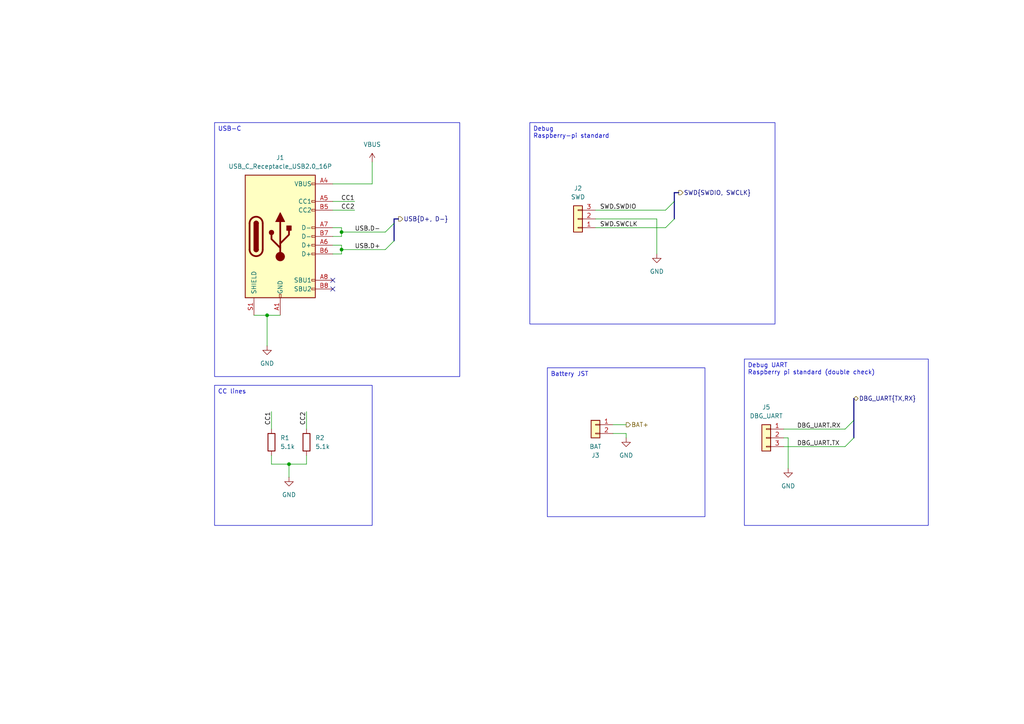
<source format=kicad_sch>
(kicad_sch (version 20250114) (generator "eeschema") (generator_version "9.0")
  (paper "A4")
  (lib_symbols
    (symbol "Connector:USB_C_Receptacle_USB2.0_16P" (pin_names (offset 1.016))
      (property "Reference" "J" (at 0 22.225 0))
      (property "Value" "USB_C_Receptacle_USB2.0_16P" (at 0 19.685 0))
      (symbol "USB_C_Receptacle_USB2.0_16P_0_0"
        (rectangle (start -0.254 -17.78) (end 0.254 -16.764))
        (rectangle (start 10.16 15.494) (end 9.144 14.986))
        (rectangle (start 10.16 10.414) (end 9.144 9.906))
        (rectangle (start 10.16 7.874) (end 9.144 7.366))
        (rectangle (start 10.16 2.794) (end 9.144 2.286))
        (rectangle (start 10.16 0.254) (end 9.144 -0.254))
        (rectangle (start 10.16 -2.286) (end 9.144 -2.794))
        (rectangle (start 10.16 -4.826) (end 9.144 -5.334))
        (rectangle (start 10.16 -12.446) (end 9.144 -12.954))
        (rectangle (start 10.16 -14.986) (end 9.144 -15.494))
      )
      (symbol "USB_C_Receptacle_USB2.0_16P_0_1"
        (rectangle (start -10.16 17.78) (end 10.16 -17.78) (stroke (width 0.254)) (fill (type background)))
        (polyline (pts (xy -8.89 -3.81) (xy -8.89 3.81)) (stroke (width 0.508)))
        (rectangle (start -7.62 -3.81) (end -6.35 3.81) (stroke (width 0.254)) (fill (type outline)))
        (arc (start -7.62 3.81) (mid -6.985 4.4423) (end -6.35 3.81) (stroke (width 0.254)))
        (arc (start -7.62 3.81) (mid -6.985 4.4423) (end -6.35 3.81) (stroke (width 0.254)) (fill (type outline)))
        (arc (start -8.89 3.81) (mid -6.985 5.7067) (end -5.08 3.81) (stroke (width 0.508)))
        (arc (start -5.08 -3.81) (mid -6.985 -5.7067) (end -8.89 -3.81) (stroke (width 0.508)))
        (arc (start -6.35 -3.81) (mid -6.985 -4.4423) (end -7.62 -3.81) (stroke (width 0.254)))
        (arc (start -6.35 -3.81) (mid -6.985 -4.4423) (end -7.62 -3.81) (stroke (width 0.254)) (fill (type outline)))
        (polyline (pts (xy -5.08 3.81) (xy -5.08 -3.81)) (stroke (width 0.508)))
        (circle (center -2.54 1.143) (radius 0.635) (stroke (width 0.254)) (fill (type outline)))
        (polyline (pts (xy -1.27 4.318) (xy 0 6.858) (xy 1.27 4.318) (xy -1.27 4.318)) (stroke (width 0.254)) (fill (type outline)))
        (polyline (pts (xy 0 -2.032) (xy 2.54 0.508) (xy 2.54 1.778)) (stroke (width 0.508)))
        (polyline (pts (xy 0 -3.302) (xy -2.54 -0.762) (xy -2.54 0.508)) (stroke (width 0.508)))
        (polyline (pts (xy 0 -5.842) (xy 0 4.318)) (stroke (width 0.508)))
        (circle (center 0 -5.842) (radius 1.27) (fill (type outline)))
        (rectangle (start 1.905 1.778) (end 3.175 3.048) (stroke (width 0.254)) (fill (type outline)))
      )
      (symbol "USB_C_Receptacle_USB2.0_16P_1_1"
        (pin passive line (at -7.62 -22.86 90) (length 5.08) (name "SHIELD") (number "S1"))
        (pin passive line (at 0 -22.86 90) (length 5.08) (name "GND") (number "A1"))
        (pin passive line (at 0 -22.86 90) (length 5.08) (hide yes) (name "GND") (number "A12"))
        (pin passive line (at 0 -22.86 90) (length 5.08) (hide yes) (name "GND") (number "B1"))
        (pin passive line (at 0 -22.86 90) (length 5.08) (hide yes) (name "GND") (number "B12"))
        (pin passive line (at 15.24 15.24 180) (length 5.08) (name "VBUS") (number "A4"))
        (pin passive line (at 15.24 15.24 180) (length 5.08) (hide yes) (name "VBUS") (number "A9"))
        (pin passive line (at 15.24 15.24 180) (length 5.08) (hide yes) (name "VBUS") (number "B4"))
        (pin passive line (at 15.24 15.24 180) (length 5.08) (hide yes) (name "VBUS") (number "B9"))
        (pin bidirectional line (at 15.24 10.16 180) (length 5.08) (name "CC1") (number "A5"))
        (pin bidirectional line (at 15.24 7.62 180) (length 5.08) (name "CC2") (number "B5"))
        (pin bidirectional line (at 15.24 2.54 180) (length 5.08) (name "D-") (number "A7"))
        (pin bidirectional line (at 15.24 0 180) (length 5.08) (name "D-") (number "B7"))
        (pin bidirectional line (at 15.24 -2.54 180) (length 5.08) (name "D+") (number "A6"))
        (pin bidirectional line (at 15.24 -5.08 180) (length 5.08) (name "D+") (number "B6"))
        (pin bidirectional line (at 15.24 -12.7 180) (length 5.08) (name "SBU1") (number "A8"))
        (pin bidirectional line (at 15.24 -15.24 180) (length 5.08) (name "SBU2") (number "B8"))
      )
    )
    (symbol "Connector_Generic:Conn_01x02" (pin_names (offset 1.016) (hide yes))
      (property "Reference" "J" (at 0 2.54 0))
      (property "Value" "Conn_01x02" (at 0 -5.08 0))
      (symbol "Conn_01x02_1_1"
        (rectangle (start -1.27 1.27) (end 1.27 -3.81) (stroke (width 0.254)) (fill (type background)))
        (rectangle (start -1.27 0.127) (end 0 -0.127) (stroke (width 0.1524)))
        (rectangle (start -1.27 -2.413) (end 0 -2.667) (stroke (width 0.1524)))
        (pin passive line (at -5.08 0 0) (length 3.81) (name "Pin_1") (number "1"))
        (pin passive line (at -5.08 -2.54 0) (length 3.81) (name "Pin_2") (number "2"))
      )
    )
    (symbol "Connector_Generic:Conn_01x03" (pin_names (offset 1.016) (hide yes))
      (property "Reference" "J" (at 0 5.08 0))
      (property "Value" "Conn_01x03" (at 0 -5.08 0))
      (symbol "Conn_01x03_1_1"
        (rectangle (start -1.27 3.81) (end 1.27 -3.81) (stroke (width 0.254)) (fill (type background)))
        (rectangle (start -1.27 2.667) (end 0 2.413) (stroke (width 0.1524)))
        (rectangle (start -1.27 0.127) (end 0 -0.127) (stroke (width 0.1524)))
        (rectangle (start -1.27 -2.413) (end 0 -2.667) (stroke (width 0.1524)))
        (pin passive line (at -5.08 2.54 0) (length 3.81) (name "Pin_1") (number "1"))
        (pin passive line (at -5.08 0 0) (length 3.81) (name "Pin_2") (number "2"))
        (pin passive line (at -5.08 -2.54 0) (length 3.81) (name "Pin_3") (number "3"))
      )
    )
    (symbol "Device:R" (pin_numbers (hide yes)) (pin_names (offset 0))
      (property "Reference" "R" (at 2.032 0 90))
      (property "Value" "R" (at 0 0 90))
      (symbol "R_0_1"
        (rectangle (start -1.016 -2.54) (end 1.016 2.54) (stroke (width 0.254)))
      )
      (symbol "R_1_1"
        (pin passive line (at 0 3.81 270) (length 1.27) (name "~") (number "1"))
        (pin passive line (at 0 -3.81 90) (length 1.27) (name "~") (number "2"))
      )
    )
    (symbol "power:GND" (power) (pin_numbers (hide yes)) (pin_names (offset 0) (hide yes))
      (property "Value" "GND" (at 0 -3.81 0))
      (symbol "GND_0_1"
        (polyline (pts (xy 0 0) (xy 0 -1.27) (xy 1.27 -1.27) (xy 0 -2.54) (xy -1.27 -1.27) (xy 0 -1.27)))
      )
      (symbol "GND_1_1"
        (pin power_in line (at 0 0 270) (length 0) (name "~") (number "1"))
      )
    )
    (symbol "power:VBUS" (power) (pin_numbers (hide yes)) (pin_names (offset 0) (hide yes))
      (property "Value" "VBUS" (at 0 3.556 0))
      (symbol "VBUS_0_1"
        (polyline (pts (xy -0.762 1.27) (xy 0 2.54)))
        (polyline (pts (xy 0 2.54) (xy 0.762 1.27)))
        (polyline (pts (xy 0 0) (xy 0 2.54)))
      )
      (symbol "VBUS_1_1"
        (pin power_in line (at 0 0 90) (length 0) (name "~") (number "1"))
      )
    )
  )
  (text_box "Debug UART\nRaspberry pi standard (double check)" (at 215.9 104.14 0) (size 53.34 48.26) (margins 0.9525 0.9525 0.9525 0.9525) (effects (font (size 1.27 1.27)) (justify left top)))
  (text_box "USB-C" (at 62.23 35.56 0) (size 71.12 73.66) (margins 0.9525 0.9525 0.9525 0.9525) (effects (font (size 1.27 1.27)) (justify left top)))
  (text_box "Debug\nRaspberry-pi standard" (at 153.67 35.56 0) (size 71.12 58.42) (margins 0.9525 0.9525 0.9525 0.9525) (effects (font (size 1.27 1.27)) (justify left top)))
  (text_box "CC lines" (at 62.23 111.76 0) (size 45.72 40.64) (margins 0.9525 0.9525 0.9525 0.9525) (effects (font (size 1.27 1.27)) (justify left top)))
  (text_box "Battery JST" (at 158.75 106.68 0) (size 45.72 43.18) (margins 0.9525 0.9525 0.9525 0.9525) (effects (font (size 1.27 1.27)) (justify left top)))
  (junction (at 99.06 72.39))
  (junction (at 77.47 91.44))
  (junction (at 99.06 67.31))
  (junction (at 83.82 134.62))
  (no_connect (at 96.52 81.28))
  (no_connect (at 96.52 83.82))
  (bus_entry (at 193.04 66.04) (size 2.54 -2.54))
  (bus_entry (at 111.76 67.31) (size 2.54 -2.54))
  (bus_entry (at 247.65 121.92) (size -2.54 2.54))
  (bus_entry (at 247.65 127) (size -2.54 2.54))
  (bus_entry (at 193.04 60.96) (size 2.54 -2.54))
  (bus_entry (at 111.76 72.39) (size 2.54 -2.54))
  (wire (pts (xy 102.87 58.42) (xy 96.52 58.42)))
  (wire (pts (xy 83.82 134.62) (xy 88.9 134.62)))
  (wire (pts (xy 227.33 124.46) (xy 245.11 124.46)))
  (wire (pts (xy 78.74 134.62) (xy 83.82 134.62)))
  (wire (pts (xy 96.52 66.04) (xy 99.06 66.04)))
  (wire (pts (xy 181.61 125.73) (xy 181.61 127)))
  (wire (pts (xy 88.9 134.62) (xy 88.9 132.08)))
  (bus (pts (xy 195.58 58.42) (xy 195.58 63.5)))
  (wire (pts (xy 172.72 60.96) (xy 193.04 60.96)))
  (wire (pts (xy 227.33 127) (xy 228.6 127)))
  (bus (pts (xy 247.65 121.92) (xy 247.65 127)))
  (bus (pts (xy 115.57 63.5) (xy 114.3 63.5)))
  (bus (pts (xy 114.3 63.5) (xy 114.3 64.77)))
  (wire (pts (xy 99.06 72.39) (xy 111.76 72.39)))
  (wire (pts (xy 78.74 134.62) (xy 78.74 132.08)))
  (bus (pts (xy 114.3 64.77) (xy 114.3 69.85)))
  (wire (pts (xy 99.06 67.31) (xy 99.06 66.04)))
  (wire (pts (xy 190.5 63.5) (xy 190.5 73.66)))
  (wire (pts (xy 96.52 68.58) (xy 99.06 68.58)))
  (wire (pts (xy 88.9 119.38) (xy 88.9 124.46)))
  (wire (pts (xy 77.47 91.44) (xy 77.47 100.33)))
  (wire (pts (xy 77.47 91.44) (xy 81.28 91.44)))
  (wire (pts (xy 172.72 66.04) (xy 193.04 66.04)))
  (wire (pts (xy 102.87 60.96) (xy 96.52 60.96)))
  (wire (pts (xy 96.52 73.66) (xy 99.06 73.66)))
  (wire (pts (xy 99.06 72.39) (xy 99.06 73.66)))
  (wire (pts (xy 99.06 67.31) (xy 111.76 67.31)))
  (wire (pts (xy 99.06 68.58) (xy 99.06 67.31)))
  (wire (pts (xy 172.72 63.5) (xy 190.5 63.5)))
  (wire (pts (xy 227.33 129.54) (xy 245.11 129.54)))
  (wire (pts (xy 228.6 127) (xy 228.6 135.89)))
  (wire (pts (xy 99.06 71.12) (xy 99.06 72.39)))
  (wire (pts (xy 78.74 119.38) (xy 78.74 124.46)))
  (wire (pts (xy 107.95 53.34) (xy 107.95 46.99)))
  (wire (pts (xy 96.52 71.12) (xy 99.06 71.12)))
  (bus (pts (xy 247.65 115.57) (xy 247.65 121.92)))
  (wire (pts (xy 73.66 91.44) (xy 77.47 91.44)))
  (bus (pts (xy 195.58 55.88) (xy 195.58 58.42)))
  (wire (pts (xy 177.8 125.73) (xy 181.61 125.73)))
  (wire (pts (xy 96.52 53.34) (xy 107.95 53.34)))
  (bus (pts (xy 196.85 55.88) (xy 195.58 55.88)))
  (wire (pts (xy 83.82 134.62) (xy 83.82 138.43)))
  (wire (pts (xy 177.8 123.19) (xy 181.61 123.19)))
  (label "CC1" (at 102.87 58.42 180))
  (label "DBG_UART.TX" (at 231.14 129.54 0))
  (label "USB.D-" (at 102.87 67.31 0))
  (label "SWD.SWCLK" (at 173.99 66.04 0))
  (label "SWD.SWDIO" (at 173.99 60.96 0))
  (label "CC2" (at 88.9 119.38 270))
  (label "DBG_UART.RX" (at 231.14 124.46 0))
  (label "CC1" (at 78.74 119.38 270))
  (label "CC2" (at 102.87 60.96 180))
  (label "USB.D+" (at 102.87 72.39 0))
  (hierarchical_label "DBG_UART{TX,RX}" (shape bidirectional) (at 247.65 115.57 0))
  (hierarchical_label "SWD{SWDIO, SWCLK}" (shape output) (at 196.85 55.88 0))
  (hierarchical_label "USB{D+, D-}" (shape output) (at 115.57 63.5 0))
  (hierarchical_label "BAT+" (shape output) (at 181.61 123.19 0))
  (symbol (lib_id "Connector_Generic:Conn_01x03") (at 222.25 127 0) (mirror y) (unit 1)
    (property "Reference" "J5" (at 222.25 118.11 0))
    (property "Value" "DBG_UART" (at 222.25 120.65 0))
    (property "Footprint" "Connector_JST:JST_SH_SM03B-SRSS-TB_1x03-1MP_P1.00mm_Horizontal" (effects (hide yes)))
    (property "Description" "Generic connector, single row, 01x03, script generated (kicad-library-utils/schlib/autogen/connector/)" (effects (hide yes)))
  )
  (symbol (lib_id "Device:R") (at 88.9 128.27 0) (unit 1)
    (property "Reference" "R2" (at 91.44 126.9999 0) (effects (justify left)))
    (property "Value" "5.1k" (at 91.44 129.5399 0) (effects (justify left)))
    (property "Footprint" "Resistor_SMD:R_0402_1005Metric" (effects (hide yes)))
    (property "Description" "Resistor" (effects (hide yes)))
  )
  (symbol (lib_id "Connector:USB_C_Receptacle_USB2.0_16P") (at 81.28 68.58 0) (unit 1)
    (property "Reference" "J1" (at 81.28 45.72 0))
    (property "Value" "USB_C_Receptacle_USB2.0_16P" (at 81.28 48.26 0))
    (property "Footprint" "CustomFootprints:GCT_USB4215_03_A" (effects (hide yes)))
    (property "Datasheet" "https://www.usb.org/sites/default/files/documents/usb_type-c.zip" (effects (hide yes)))
    (property "Description" "USB 2.0-only 16P Type-C Receptacle connector" (effects (hide yes)))
  )
  (symbol (lib_id "Connector_Generic:Conn_01x03") (at 167.64 63.5 180) (unit 1)
    (property "Reference" "J2" (at 167.64 54.61 0))
    (property "Value" "SWD" (at 167.64 57.15 0))
    (property "Footprint" "Connector_JST:JST_SH_SM03B-SRSS-TB_1x03-1MP_P1.00mm_Horizontal" (effects (hide yes)))
    (property "Description" "Generic connector, single row, 01x03, script generated (kicad-library-utils/schlib/autogen/connector/)" (effects (hide yes)))
  )
  (symbol (lib_id "power:GND") (at 190.5 73.66 0) (unit 1)
    (property "Reference" "#PWR05" (effects (hide yes)))
    (property "Value" "GND" (at 190.5 78.74 0))
    (property "Description" "Power symbol creates a global label with name \"GND\" , ground" (effects (hide yes)))
  )
  (symbol (lib_id "power:GND") (at 77.47 100.33 0) (unit 1)
    (property "Reference" "#PWR02" (effects (hide yes)))
    (property "Value" "GND" (at 77.47 105.41 0))
    (property "Description" "Power symbol creates a global label with name \"GND\" , ground" (effects (hide yes)))
  )
  (symbol (lib_id "power:GND") (at 83.82 138.43 0) (unit 1)
    (property "Reference" "#PWR04" (effects (hide yes)))
    (property "Value" "GND" (at 83.82 143.51 0))
    (property "Description" "Power symbol creates a global label with name \"GND\" , ground" (effects (hide yes)))
  )
  (symbol (lib_id "power:VBUS") (at 107.95 46.99 0) (unit 1)
    (property "Reference" "#PWR03" (effects (hide yes)))
    (property "Value" "VBUS" (at 107.95 41.91 0))
    (property "Description" "Power symbol creates a global label with name \"VBUS\"" (effects (hide yes)))
  )
  (symbol (lib_id "power:GND") (at 181.61 127 0) (unit 1)
    (property "Reference" "#PWR06" (effects (hide yes)))
    (property "Value" "GND" (at 181.61 132.08 0))
    (property "Description" "Power symbol creates a global label with name \"GND\" , ground" (effects (hide yes)))
  )
  (symbol (lib_id "Connector_Generic:Conn_01x02") (at 172.72 123.19 0) (mirror y) (unit 1)
    (property "Reference" "J3" (at 172.72 132.08 0))
    (property "Value" "BAT" (at 172.72 129.54 0))
    (property "Footprint" "Connector_JST:JST_PH_B2B-PH-K_1x02_P2.00mm_Vertical" (effects (hide yes)))
    (property "Description" "Generic connector, single row, 01x02, script generated (kicad-library-utils/schlib/autogen/connector/)" (effects (hide yes)))
  )
  (symbol (lib_id "power:GND") (at 228.6 135.89 0) (unit 1)
    (property "Reference" "#PWR057" (effects (hide yes)))
    (property "Value" "GND" (at 228.6 140.97 0))
    (property "Description" "Power symbol creates a global label with name \"GND\" , ground" (effects (hide yes)))
  )
  (symbol (lib_id "Device:R") (at 78.74 128.27 0) (unit 1)
    (property "Reference" "R1" (at 81.28 126.9999 0) (effects (justify left)))
    (property "Value" "5.1k" (at 81.28 129.5399 0) (effects (justify left)))
    (property "Footprint" "Resistor_SMD:R_0402_1005Metric" (effects (hide yes)))
    (property "Description" "Resistor" (effects (hide yes)))
  )
)
</source>
